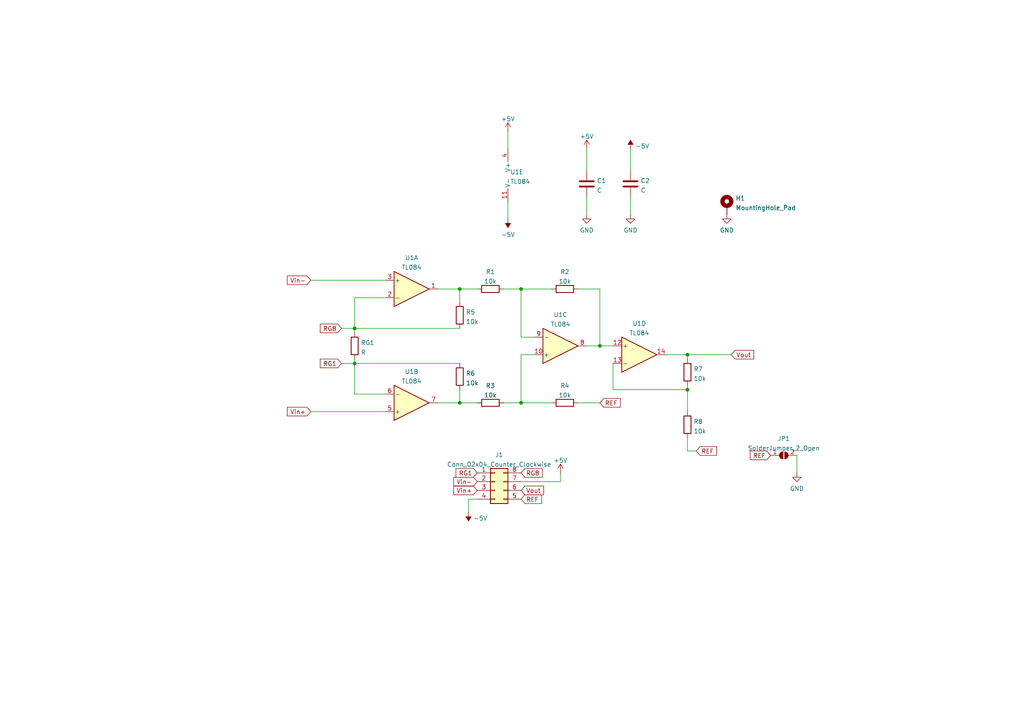
<source format=kicad_sch>
(kicad_sch (version 20211123) (generator eeschema)
  (paper "A4")
  (lib_symbols
    (symbol "Amplifier_Operational:TL084" (pin_names (offset 0.127))
      (property "Reference" "U" (at 0 5.08 0))
      (property "Value" "TL084" (at 0 -5.08 0))
      (symbol "TL084_1_1"
        (polyline (pts (xy -5.08 5.08) (xy 5.08 0) (xy -5.08 -5.08) (xy -5.08 5.08)) (stroke (width 0.254)) (fill (type background)))
        (pin output line (at 7.62 0 180) (length 2.54) (name "~") (number "1"))
        (pin input line (at -7.62 -2.54 0) (length 2.54) (name "-") (number "2"))
        (pin input line (at -7.62 2.54 0) (length 2.54) (name "+") (number "3"))
      )
      (symbol "TL084_2_1"
        (polyline (pts (xy -5.08 5.08) (xy 5.08 0) (xy -5.08 -5.08) (xy -5.08 5.08)) (stroke (width 0.254)) (fill (type background)))
        (pin input line (at -7.62 2.54 0) (length 2.54) (name "+") (number "5"))
        (pin input line (at -7.62 -2.54 0) (length 2.54) (name "-") (number "6"))
        (pin output line (at 7.62 0 180) (length 2.54) (name "~") (number "7"))
      )
      (symbol "TL084_3_1"
        (polyline (pts (xy -5.08 5.08) (xy 5.08 0) (xy -5.08 -5.08) (xy -5.08 5.08)) (stroke (width 0.254)) (fill (type background)))
        (pin input line (at -7.62 2.54 0) (length 2.54) (name "+") (number "10"))
        (pin output line (at 7.62 0 180) (length 2.54) (name "~") (number "8"))
        (pin input line (at -7.62 -2.54 0) (length 2.54) (name "-") (number "9"))
      )
      (symbol "TL084_4_1"
        (polyline (pts (xy -5.08 5.08) (xy 5.08 0) (xy -5.08 -5.08) (xy -5.08 5.08)) (stroke (width 0.254)) (fill (type background)))
        (pin input line (at -7.62 2.54 0) (length 2.54) (name "+") (number "12"))
        (pin input line (at -7.62 -2.54 0) (length 2.54) (name "-") (number "13"))
        (pin output line (at 7.62 0 180) (length 2.54) (name "~") (number "14"))
      )
      (symbol "TL084_5_1"
        (pin power_in line (at -2.54 -7.62 90) (length 3.81) (name "V-") (number "11"))
        (pin power_in line (at -2.54 7.62 270) (length 3.81) (name "V+") (number "4"))
      )
    )
    (symbol "Connector_Generic:Conn_02x04_Counter_Clockwise" (pin_names (offset 1.016) hide)
      (property "Reference" "J" (at 1.27 5.08 0))
      (property "Value" "Conn_02x04_Counter_Clockwise" (at 1.27 -7.62 0))
      (symbol "Conn_02x04_Counter_Clockwise_1_1"
        (rectangle (start -1.27 -4.953) (end 0 -5.207) (stroke (width 0.1524)))
        (rectangle (start -1.27 -2.413) (end 0 -2.667) (stroke (width 0.1524)))
        (rectangle (start -1.27 0.127) (end 0 -0.127) (stroke (width 0.1524)))
        (rectangle (start -1.27 2.667) (end 0 2.413) (stroke (width 0.1524)))
        (rectangle (start -1.27 3.81) (end 3.81 -6.35) (stroke (width 0.254)) (fill (type background)))
        (rectangle (start 3.81 -4.953) (end 2.54 -5.207) (stroke (width 0.1524)))
        (rectangle (start 3.81 -2.413) (end 2.54 -2.667) (stroke (width 0.1524)))
        (rectangle (start 3.81 0.127) (end 2.54 -0.127) (stroke (width 0.1524)))
        (rectangle (start 3.81 2.667) (end 2.54 2.413) (stroke (width 0.1524)))
        (pin passive line (at -5.08 2.54 0) (length 3.81) (name "Pin_1") (number "1"))
        (pin passive line (at -5.08 0 0) (length 3.81) (name "Pin_2") (number "2"))
        (pin passive line (at -5.08 -2.54 0) (length 3.81) (name "Pin_3") (number "3"))
        (pin passive line (at -5.08 -5.08 0) (length 3.81) (name "Pin_4") (number "4"))
        (pin passive line (at 7.62 -5.08 180) (length 3.81) (name "Pin_5") (number "5"))
        (pin passive line (at 7.62 -2.54 180) (length 3.81) (name "Pin_6") (number "6"))
        (pin passive line (at 7.62 0 180) (length 3.81) (name "Pin_7") (number "7"))
        (pin passive line (at 7.62 2.54 180) (length 3.81) (name "Pin_8") (number "8"))
      )
    )
    (symbol "Device:C" (pin_numbers hide) (pin_names (offset 0.254))
      (property "Reference" "C" (at 0.635 2.54 0))
      (property "Value" "C" (at 0.635 -2.54 0))
      (symbol "C_0_1"
        (polyline (pts (xy -2.032 -0.762) (xy 2.032 -0.762)) (stroke (width 0.508)))
        (polyline (pts (xy -2.032 0.762) (xy 2.032 0.762)) (stroke (width 0.508)))
      )
      (symbol "C_1_1"
        (pin passive line (at 0 3.81 270) (length 2.794) (name "~") (number "1"))
        (pin passive line (at 0 -3.81 90) (length 2.794) (name "~") (number "2"))
      )
    )
    (symbol "Device:R" (pin_numbers hide) (pin_names (offset 0))
      (property "Reference" "R" (at 2.032 0 90))
      (property "Value" "R" (at 0 0 90))
      (symbol "R_0_1"
        (rectangle (start -1.016 -2.54) (end 1.016 2.54) (stroke (width 0.254)))
      )
      (symbol "R_1_1"
        (pin passive line (at 0 3.81 270) (length 1.27) (name "~") (number "1"))
        (pin passive line (at 0 -3.81 90) (length 1.27) (name "~") (number "2"))
      )
    )
    (symbol "Jumper:SolderJumper_2_Open" (pin_names (offset 0) hide)
      (property "Reference" "JP" (at 0 2.032 0))
      (property "Value" "SolderJumper_2_Open" (at 0 -2.54 0))
      (symbol "SolderJumper_2_Open_0_1"
        (arc (start -0.254 1.016) (mid -1.27 0) (end -0.254 -1.016))
        (arc (start -0.254 1.016) (mid -1.27 0) (end -0.254 -1.016) (fill (type outline)))
        (polyline (pts (xy -0.254 1.016) (xy -0.254 -1.016)))
        (polyline (pts (xy 0.254 1.016) (xy 0.254 -1.016)))
        (arc (start 0.254 -1.016) (mid 1.27 0) (end 0.254 1.016))
        (arc (start 0.254 -1.016) (mid 1.27 0) (end 0.254 1.016) (fill (type outline)))
      )
      (symbol "SolderJumper_2_Open_1_1"
        (pin passive line (at -3.81 0 0) (length 2.54) (name "A") (number "1"))
        (pin passive line (at 3.81 0 180) (length 2.54) (name "B") (number "2"))
      )
    )
    (symbol "Mechanical:MountingHole_Pad" (pin_numbers hide) (pin_names (offset 1.016) hide)
      (property "Reference" "H" (at 0 6.35 0))
      (property "Value" "MountingHole_Pad" (at 0 4.445 0))
      (symbol "MountingHole_Pad_0_1"
        (circle (center 0 1.27) (radius 1.27) (stroke (width 1.27)))
      )
      (symbol "MountingHole_Pad_1_1"
        (pin input line (at 0 -2.54 90) (length 2.54) (name "1") (number "1"))
      )
    )
    (symbol "power:+5V" (power) (pin_names (offset 0))
      (property "Value" "+5V" (at 0 3.556 0))
      (symbol "+5V_0_1"
        (polyline (pts (xy -0.762 1.27) (xy 0 2.54)))
        (polyline (pts (xy 0 0) (xy 0 2.54)))
        (polyline (pts (xy 0 2.54) (xy 0.762 1.27)))
      )
      (symbol "+5V_1_1"
        (pin power_in line (at 0 0 90) (length 0) hide (name "+5V") (number "1"))
      )
    )
    (symbol "power:-5V" (power) (pin_names (offset 0))
      (property "Value" "-5V" (at 0 3.81 0))
      (symbol "-5V_0_0"
        (pin power_in line (at 0 0 90) (length 0) hide (name "-5V") (number "1"))
      )
      (symbol "-5V_0_1"
        (polyline (pts (xy 0 0) (xy 0 1.27) (xy 0.762 1.27) (xy 0 2.54) (xy -0.762 1.27) (xy 0 1.27)) (fill (type outline)))
      )
    )
    (symbol "power:GND" (power) (pin_names (offset 0))
      (property "Value" "GND" (at 0 -3.81 0))
      (symbol "GND_0_1"
        (polyline (pts (xy 0 0) (xy 0 -1.27) (xy 1.27 -1.27) (xy 0 -2.54) (xy -1.27 -1.27) (xy 0 -1.27)))
      )
      (symbol "GND_1_1"
        (pin power_in line (at 0 0 270) (length 0) hide (name "GND") (number "1"))
      )
    )
  )
  (junction (at 173.99 100.33))
  (junction (at 133.35 116.84))
  (junction (at 199.39 113.03))
  (junction (at 133.35 83.82))
  (junction (at 199.39 102.87))
  (junction (at 102.87 105.41))
  (junction (at 151.13 83.82))
  (junction (at 151.13 116.84))
  (junction (at 102.87 95.25))
  (wire (pts (xy 162.56 139.7) (xy 151.13 139.7)))
  (wire (pts (xy 173.99 83.82) (xy 173.99 100.33)))
  (wire (pts (xy 146.05 116.84) (xy 151.13 116.84)))
  (wire (pts (xy 135.89 144.78) (xy 135.89 148.59)))
  (wire (pts (xy 133.35 83.82) (xy 138.43 83.82)))
  (wire (pts (xy 177.8 105.41) (xy 177.8 113.03)))
  (wire (pts (xy 138.43 144.78) (xy 135.89 144.78)))
  (wire (pts (xy 127 116.84) (xy 133.35 116.84)))
  (wire (pts (xy 102.87 96.52) (xy 102.87 95.25)))
  (wire (pts (xy 102.87 104.14) (xy 102.87 105.41)))
  (wire (pts (xy 99.06 95.25) (xy 102.87 95.25)))
  (wire (pts (xy 173.99 100.33) (xy 177.8 100.33)))
  (wire (pts (xy 90.17 119.38) (xy 111.76 119.38)))
  (wire (pts (xy 133.35 105.41) (xy 102.87 105.41)))
  (wire (pts (xy 182.88 43.18) (xy 182.88 49.53)))
  (wire (pts (xy 162.56 137.16) (xy 162.56 139.7)))
  (wire (pts (xy 193.04 102.87) (xy 199.39 102.87)))
  (wire (pts (xy 151.13 97.79) (xy 151.13 83.82)))
  (wire (pts (xy 170.18 57.15) (xy 170.18 62.23)))
  (wire (pts (xy 154.94 102.87) (xy 151.13 102.87)))
  (wire (pts (xy 133.35 116.84) (xy 138.43 116.84)))
  (wire (pts (xy 173.99 100.33) (xy 170.18 100.33)))
  (wire (pts (xy 90.17 81.28) (xy 111.76 81.28)))
  (wire (pts (xy 102.87 86.36) (xy 111.76 86.36)))
  (wire (pts (xy 151.13 102.87) (xy 151.13 116.84)))
  (wire (pts (xy 102.87 95.25) (xy 102.87 86.36)))
  (wire (pts (xy 102.87 114.3) (xy 111.76 114.3)))
  (wire (pts (xy 99.06 105.41) (xy 102.87 105.41)))
  (wire (pts (xy 199.39 102.87) (xy 212.09 102.87)))
  (wire (pts (xy 147.32 38.1) (xy 147.32 43.18)))
  (wire (pts (xy 167.64 83.82) (xy 173.99 83.82)))
  (wire (pts (xy 147.32 58.42) (xy 147.32 63.5)))
  (wire (pts (xy 146.05 83.82) (xy 151.13 83.82)))
  (wire (pts (xy 102.87 105.41) (xy 102.87 114.3)))
  (wire (pts (xy 182.88 57.15) (xy 182.88 62.23)))
  (wire (pts (xy 154.94 97.79) (xy 151.13 97.79)))
  (wire (pts (xy 177.8 113.03) (xy 199.39 113.03)))
  (wire (pts (xy 133.35 83.82) (xy 133.35 87.63)))
  (wire (pts (xy 199.39 102.87) (xy 199.39 104.14)))
  (wire (pts (xy 170.18 43.18) (xy 170.18 49.53)))
  (wire (pts (xy 167.64 116.84) (xy 173.99 116.84)))
  (wire (pts (xy 199.39 130.81) (xy 201.93 130.81)))
  (wire (pts (xy 199.39 111.76) (xy 199.39 113.03)))
  (wire (pts (xy 199.39 127) (xy 199.39 130.81)))
  (wire (pts (xy 102.87 95.25) (xy 133.35 95.25)))
  (wire (pts (xy 133.35 113.03) (xy 133.35 116.84)))
  (wire (pts (xy 199.39 113.03) (xy 199.39 119.38)))
  (wire (pts (xy 151.13 83.82) (xy 160.02 83.82)))
  (wire (pts (xy 127 83.82) (xy 133.35 83.82)))
  (wire (pts (xy 151.13 116.84) (xy 160.02 116.84)))
  (wire (pts (xy 231.14 132.08) (xy 231.14 137.16)))
  (global_label "RG8" (shape input) (at 99.06 95.25 180) (property "Intersheet References" "${INTERSHEET_REFS}" (effects hide)))
  (global_label "Vout" (shape input) (at 151.13 142.24 0) (property "Intersheet References" "${INTERSHEET_REFS}" (effects hide)))
  (global_label "REF" (shape input) (at 223.52 132.08 180) (property "Intersheet References" "${INTERSHEET_REFS}" (effects hide)))
  (global_label "Vin-" (shape input) (at 138.43 139.7 180) (property "Intersheet References" "${INTERSHEET_REFS}" (effects hide)))
  (global_label "Vin+" (shape input) (at 138.43 142.24 180) (property "Intersheet References" "${INTERSHEET_REFS}" (effects hide)))
  (global_label "RG8" (shape input) (at 151.13 137.16 0) (property "Intersheet References" "${INTERSHEET_REFS}" (effects hide)))
  (global_label "REF" (shape input) (at 201.93 130.81 0) (property "Intersheet References" "${INTERSHEET_REFS}" (effects hide)))
  (global_label "RG1" (shape input) (at 99.06 105.41 180) (property "Intersheet References" "${INTERSHEET_REFS}" (effects hide)))
  (global_label "REF" (shape input) (at 173.99 116.84 0) (property "Intersheet References" "${INTERSHEET_REFS}" (effects hide)))
  (global_label "Vout" (shape input) (at 212.09 102.87 0) (property "Intersheet References" "${INTERSHEET_REFS}" (effects hide)))
  (global_label "REF" (shape input) (at 151.13 144.78 0) (property "Intersheet References" "${INTERSHEET_REFS}" (effects hide)))
  (global_label "Vin+" (shape input) (at 90.17 119.38 180) (property "Intersheet References" "${INTERSHEET_REFS}" (effects hide)))
  (global_label "Vin-" (shape input) (at 90.17 81.28 180) (property "Intersheet References" "${INTERSHEET_REFS}" (effects hide)))
  (global_label "RG1" (shape input) (at 138.43 137.16 180) (property "Intersheet References" "${INTERSHEET_REFS}" (effects hide)))
  (symbol (lib_id "Jumper:SolderJumper_2_Open") (at 227.33 132.08 0) (unit 1)
    (property "Reference" "JP1" (at 227.33 127.2245 0))
    (property "Value" "SolderJumper_2_Open" (at 227.33 129.9996 0))
    (property "Footprint" "Jumper:SolderJumper-2_P1.3mm_Open_RoundedPad1.0x1.5mm" (effects hide))
  )
  (symbol (lib_id "Device:C") (at 182.88 53.34 0) (unit 1)
    (property "Reference" "C2" (at 185.801 52.4315 0) (effects (justify left)))
    (property "Value" "C" (at 185.801 55.2066 0) (effects (justify left)))
    (property "Footprint" "Capacitor_SMD:C_0805_2012Metric" (effects hide))
  )
  (symbol (lib_id "Connector_Generic:Conn_02x04_Counter_Clockwise") (at 143.51 139.7 0) (unit 1)
    (property "Reference" "J1" (at 144.78 131.9235 0))
    (property "Value" "Conn_02x04_Counter_Clockwise" (at 144.78 134.6986 0))
    (property "Footprint" "Package_DIP:DIP-8_W7.62mm" (effects hide))
  )
  (symbol (lib_id "power:GND") (at 231.14 137.16 0) (unit 1)
    (property "Reference" "#PWR0104" (effects hide))
    (property "Value" "GND" (at 231.14 141.7225 0))
  )
  (symbol (lib_id "power:GND") (at 182.88 62.23 0) (unit 1)
    (property "Reference" "#PWR0110" (effects hide))
    (property "Value" "GND" (at 182.88 66.7925 0))
  )
  (symbol (lib_id "Device:R") (at 163.83 83.82 90) (unit 1)
    (property "Reference" "R2" (at 163.83 78.8375 90))
    (property "Value" "10k" (at 163.83 81.6126 90))
    (property "Footprint" "Resistor_SMD:R_0805_2012Metric" (effects hide))
  )
  (symbol (lib_id "Device:R") (at 163.83 116.84 90) (unit 1)
    (property "Reference" "R4" (at 163.83 111.8575 90))
    (property "Value" "10k" (at 163.83 114.6326 90))
    (property "Footprint" "Resistor_SMD:R_0805_2012Metric" (effects hide))
  )
  (symbol (lib_id "Device:R") (at 142.24 116.84 90) (unit 1)
    (property "Reference" "R3" (at 142.24 111.8575 90))
    (property "Value" "10k" (at 142.24 114.6326 90))
    (property "Footprint" "Resistor_SMD:R_0805_2012Metric" (effects hide))
  )
  (symbol (lib_id "power:+5V") (at 162.56 137.16 0) (unit 1)
    (property "Reference" "#PWR0103" (effects hide))
    (property "Value" "+5V" (at 162.56 133.5555 0))
  )
  (symbol (lib_id "Amplifier_Operational:TL084") (at 185.42 102.87 0) (unit 4)
    (property "Reference" "U1" (at 185.42 93.8235 0))
    (property "Value" "TL084" (at 185.42 96.5986 0))
    (property "Footprint" "Package_SO:TSSOP-14_4.4x5mm_P0.65mm" (effects hide))
    (property "Datasheet" "http://www.ti.com/lit/ds/symlink/tl081.pdf" (effects hide))
  )
  (symbol (lib_id "Amplifier_Operational:TL084") (at 119.38 116.84 0) (mirror x) (unit 2)
    (property "Reference" "U1" (at 119.38 107.7935 0))
    (property "Value" "TL084" (at 119.38 110.5686 0))
    (property "Footprint" "Package_SO:TSSOP-14_4.4x5mm_P0.65mm" (effects hide))
    (property "Datasheet" "http://www.ti.com/lit/ds/symlink/tl081.pdf" (effects hide))
  )
  (symbol (lib_id "Device:R") (at 102.87 100.33 0) (unit 1)
    (property "Reference" "RG1" (at 104.648 99.4215 0) (effects (justify left)))
    (property "Value" "R" (at 104.648 102.1966 0) (effects (justify left)))
    (property "Footprint" "Resistor_SMD:R_0805_2012Metric" (effects hide))
  )
  (symbol (lib_id "Device:R") (at 133.35 109.22 180) (unit 1)
    (property "Reference" "R6" (at 135.128 108.3115 0) (effects (justify right)))
    (property "Value" "10k" (at 135.128 111.0866 0) (effects (justify right)))
    (property "Footprint" "Resistor_SMD:R_0805_2012Metric" (effects hide))
  )
  (symbol (lib_id "Device:R") (at 142.24 83.82 90) (unit 1)
    (property "Reference" "R1" (at 142.24 78.8375 90))
    (property "Value" "10k" (at 142.24 81.6126 90))
    (property "Footprint" "Resistor_SMD:R_0805_2012Metric" (effects hide))
  )
  (symbol (lib_id "power:GND") (at 210.82 62.23 0) (unit 1)
    (property "Reference" "#PWR0101" (effects hide))
    (property "Value" "GND" (at 210.82 66.7925 0))
  )
  (symbol (lib_id "Device:R") (at 133.35 91.44 180) (unit 1)
    (property "Reference" "R5" (at 135.128 90.5315 0) (effects (justify right)))
    (property "Value" "10k" (at 135.128 93.3066 0) (effects (justify right)))
    (property "Footprint" "Resistor_SMD:R_0805_2012Metric" (effects hide))
  )
  (symbol (lib_id "power:-5V") (at 182.88 43.18 0) (unit 1)
    (property "Reference" "#PWR0105" (effects hide))
    (property "Value" "-5V" (at 184.277 42.389 0) (effects (justify left)))
  )
  (symbol (lib_id "power:-5V") (at 147.32 63.5 180) (unit 1)
    (property "Reference" "#PWR0106" (effects hide))
    (property "Value" "-5V" (at 147.32 68.0625 0))
  )
  (symbol (lib_id "Device:R") (at 199.39 123.19 180) (unit 1)
    (property "Reference" "R8" (at 201.168 122.2815 0) (effects (justify right)))
    (property "Value" "10k" (at 201.168 125.0566 0) (effects (justify right)))
    (property "Footprint" "Resistor_SMD:R_0805_2012Metric" (effects hide))
  )
  (symbol (lib_id "Amplifier_Operational:TL084") (at 119.38 83.82 0) (unit 1)
    (property "Reference" "U1" (at 119.38 74.7735 0))
    (property "Value" "TL084" (at 119.38 77.5486 0))
    (property "Footprint" "Package_SO:TSSOP-14_4.4x5mm_P0.65mm" (effects hide))
    (property "Datasheet" "http://www.ti.com/lit/ds/symlink/tl081.pdf" (effects hide))
  )
  (symbol (lib_id "power:-5V") (at 135.89 148.59 180) (unit 1)
    (property "Reference" "#PWR0102" (effects hide))
    (property "Value" "-5V" (at 137.287 150.339 0) (effects (justify right)))
  )
  (symbol (lib_id "Device:C") (at 170.18 53.34 0) (unit 1)
    (property "Reference" "C1" (at 173.101 52.4315 0) (effects (justify left)))
    (property "Value" "C" (at 173.101 55.2066 0) (effects (justify left)))
    (property "Footprint" "Capacitor_SMD:C_0805_2012Metric" (effects hide))
  )
  (symbol (lib_id "power:+5V") (at 147.32 38.1 0) (unit 1)
    (property "Reference" "#PWR0108" (effects hide))
    (property "Value" "+5V" (at 147.32 34.4955 0))
  )
  (symbol (lib_id "Amplifier_Operational:TL084") (at 149.86 50.8 0) (unit 5)
    (property "Reference" "U1" (at 147.955 49.8915 0) (effects (justify left)))
    (property "Value" "TL084" (at 147.955 52.6666 0) (effects (justify left)))
    (property "Footprint" "Package_SO:TSSOP-14_4.4x5mm_P0.65mm" (effects hide))
    (property "Datasheet" "http://www.ti.com/lit/ds/symlink/tl081.pdf" (effects hide))
  )
  (symbol (lib_id "Device:R") (at 199.39 107.95 180) (unit 1)
    (property "Reference" "R7" (at 201.168 107.0415 0) (effects (justify right)))
    (property "Value" "10k" (at 201.168 109.8166 0) (effects (justify right)))
    (property "Footprint" "Resistor_SMD:R_0805_2012Metric" (effects hide))
  )
  (symbol (lib_id "power:GND") (at 170.18 62.23 0) (unit 1)
    (property "Reference" "#PWR0107" (effects hide))
    (property "Value" "GND" (at 170.18 66.7925 0))
  )
  (symbol (lib_id "power:+5V") (at 170.18 43.18 0) (unit 1)
    (property "Reference" "#PWR0111" (effects hide))
    (property "Value" "+5V" (at 170.18 39.5755 0))
  )
  (symbol (lib_id "Amplifier_Operational:TL084") (at 162.56 100.33 0) (mirror x) (unit 3)
    (property "Reference" "U1" (at 162.56 91.2835 0))
    (property "Value" "TL084" (at 162.56 94.0586 0))
    (property "Footprint" "Package_SO:TSSOP-14_4.4x5mm_P0.65mm" (effects hide))
    (property "Datasheet" "http://www.ti.com/lit/ds/symlink/tl081.pdf" (effects hide))
  )
  (symbol (lib_id "Mechanical:MountingHole_Pad") (at 210.82 59.69 0) (unit 1)
    (property "Reference" "H1" (at 213.36 57.5115 0) (effects (justify left)))
    (property "Value" "MountingHole_Pad" (at 213.36 60.2866 0) (effects (justify left)))
    (property "Footprint" "MountingHole:MountingHole_2.2mm_M2_DIN965_Pad" (effects hide))
  )
)
</source>
